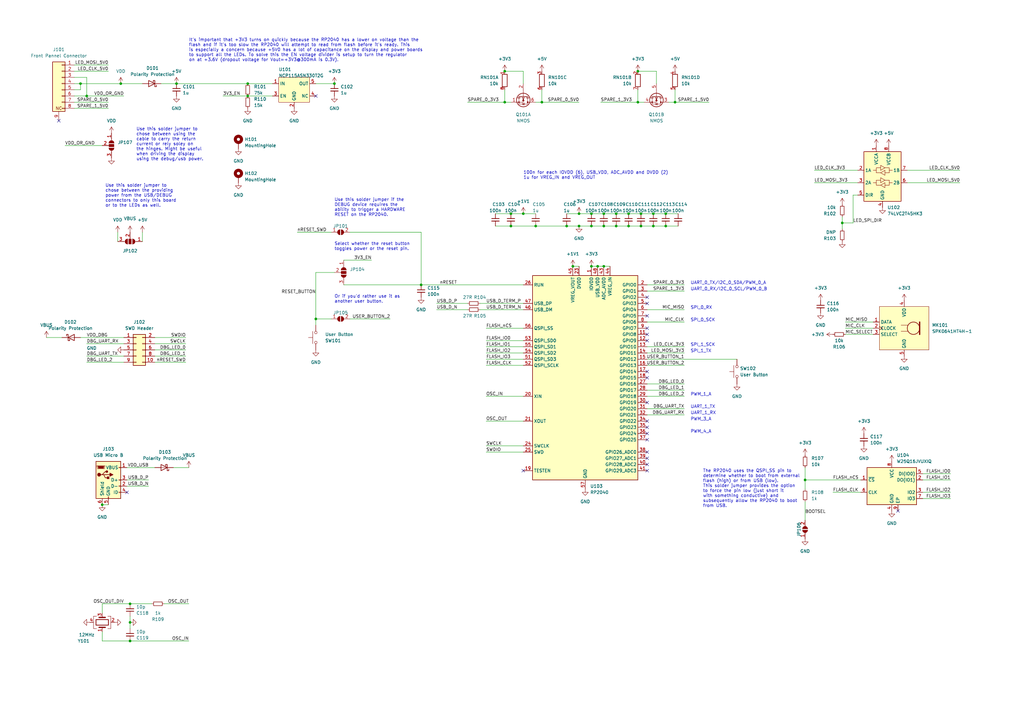
<source format=kicad_sch>
(kicad_sch (version 20211123) (generator eeschema)
  (paper "A3")
  (title_block (title "Rave Shades MCU Arm") (rev "2"))
  (junction (at 267.97 87.63))
  (junction (at 49.53 34.29))
  (junction (at 242.57 109.22))
  (junction (at 330.2 196.85))
  (junction (at 261.62 29.21))
  (junction (at 257.81 87.63))
  (junction (at 101.6 39.37))
  (junction (at 345.44 91.44))
  (junction (at 237.49 87.63))
  (junction (at 247.65 92.71))
  (junction (at 53.34 255.27))
  (junction (at 137.16 34.29))
  (junction (at 207.01 41.91))
  (junction (at 247.65 109.22))
  (junction (at 267.97 92.71))
  (junction (at 207.01 29.21))
  (junction (at 262.89 92.71))
  (junction (at 242.57 92.71))
  (junction (at 41.91 207.01))
  (junction (at 53.34 247.65))
  (junction (at 276.86 41.91))
  (junction (at 245.11 109.22))
  (junction (at 129.54 130.81))
  (junction (at 35.56 39.37))
  (junction (at 209.55 92.71))
  (junction (at 262.89 87.63))
  (junction (at 261.62 41.91))
  (junction (at 234.95 109.22))
  (junction (at 172.72 116.84))
  (junction (at 237.49 92.71))
  (junction (at 252.73 87.63))
  (junction (at 257.81 92.71))
  (junction (at 101.6 34.29))
  (junction (at 72.39 34.29))
  (junction (at 214.63 87.63))
  (junction (at 232.41 92.71))
  (junction (at 209.55 87.63))
  (junction (at 53.34 262.89))
  (junction (at 252.73 92.71))
  (junction (at 247.65 87.63))
  (junction (at 33.02 34.29))
  (junction (at 273.05 92.71))
  (junction (at 242.57 87.63))
  (junction (at 222.25 41.91))
  (junction (at 219.71 92.71))
  (junction (at 273.05 87.63))
  (no_connect (at 265.43 190.5))
  (no_connect (at 265.43 134.62))
  (no_connect (at 265.43 180.34))
  (no_connect (at 265.43 193.04))
  (no_connect (at 265.43 129.54))
  (no_connect (at 265.43 185.42))
  (no_connect (at 129.54 39.37))
  (no_connect (at 265.43 187.96))
  (no_connect (at 265.43 137.16))
  (no_connect (at 265.43 124.46))
  (no_connect (at 265.43 139.7))
  (no_connect (at 265.43 172.72))
  (no_connect (at 265.43 175.26))
  (no_connect (at 265.43 165.1))
  (no_connect (at 265.43 177.8))
  (no_connect (at 24.13 49.53))
  (no_connect (at 52.07 201.93))
  (no_connect (at 214.63 193.04))
  (no_connect (at 265.43 121.92))
  (no_connect (at 368.3 209.55))
  (no_connect (at 265.43 152.4))
  (no_connect (at 265.43 154.94))
  (wire (pts (xy 48.26 95.25) (xy 48.26 99.06)))
  (wire (pts (xy 35.56 31.75) (xy 35.56 39.37)))
  (wire (pts (xy 345.44 91.44) (xy 345.44 93.98)))
  (wire (pts (xy 265.43 119.38) (xy 280.67 119.38)))
  (wire (pts (xy 269.24 29.21) (xy 269.24 34.29)))
  (wire (pts (xy 35.56 148.59) (xy 50.8 148.59)))
  (wire (pts (xy 349.885 91.44) (xy 345.44 91.44)))
  (wire (pts (xy 179.07 127) (xy 191.77 127)))
  (wire (pts (xy 393.7 74.93) (xy 372.11 74.93)))
  (wire (pts (xy 35.56 39.37) (xy 50.8 39.37)))
  (wire (pts (xy 257.81 87.63) (xy 262.89 87.63)))
  (wire (pts (xy 245.11 109.22) (xy 247.65 109.22)))
  (wire (pts (xy 237.49 92.71) (xy 242.57 92.71)))
  (wire (pts (xy 276.86 41.91) (xy 290.83 41.91)))
  (wire (pts (xy 330.2 196.85) (xy 330.2 200.66)))
  (wire (pts (xy 265.43 116.84) (xy 280.67 116.84)))
  (wire (pts (xy 351.79 69.85) (xy 334.01 69.85)))
  (wire (pts (xy 199.39 182.88) (xy 214.63 182.88)))
  (wire (pts (xy 30.48 41.91) (xy 44.45 41.91)))
  (wire (pts (xy 199.39 149.86) (xy 214.63 149.86)))
  (wire (pts (xy 63.5 138.43) (xy 76.2 138.43)))
  (wire (pts (xy 330.2 205.74) (xy 330.2 213.36)))
  (wire (pts (xy 262.89 87.63) (xy 267.97 87.63)))
  (wire (pts (xy 53.34 247.65) (xy 62.23 247.65)))
  (wire (pts (xy 265.43 147.32) (xy 302.26 147.32)))
  (wire (pts (xy 378.46 201.93) (xy 389.89 201.93)))
  (wire (pts (xy 172.72 95.25) (xy 172.72 116.84)))
  (wire (pts (xy 91.44 39.37) (xy 101.6 39.37)))
  (wire (pts (xy 261.62 41.91) (xy 264.16 41.91)))
  (wire (pts (xy 66.04 34.29) (xy 72.39 34.29)))
  (wire (pts (xy 129.54 34.29) (xy 137.16 34.29)))
  (wire (pts (xy 378.46 194.31) (xy 389.89 194.31)))
  (wire (pts (xy 330.2 191.77) (xy 330.2 196.85)))
  (wire (pts (xy 172.72 116.84) (xy 214.63 116.84)))
  (wire (pts (xy 33.02 34.29) (xy 49.53 34.29)))
  (wire (pts (xy 273.05 92.71) (xy 278.13 92.71)))
  (wire (pts (xy 53.34 262.89) (xy 77.47 262.89)))
  (wire (pts (xy 72.39 34.29) (xy 101.6 34.29)))
  (wire (pts (xy 257.81 92.71) (xy 262.89 92.71)))
  (wire (pts (xy 209.55 87.63) (xy 214.63 87.63)))
  (wire (pts (xy 234.95 109.22) (xy 237.49 109.22)))
  (wire (pts (xy 191.77 41.91) (xy 207.01 41.91)))
  (wire (pts (xy 276.86 36.83) (xy 276.86 41.91)))
  (wire (pts (xy 252.73 92.71) (xy 257.81 92.71)))
  (wire (pts (xy 265.43 157.48) (xy 280.67 157.48)))
  (wire (pts (xy 232.41 92.71) (xy 237.49 92.71)))
  (wire (pts (xy 30.48 34.29) (xy 33.02 34.29)))
  (wire (pts (xy 52.07 191.77) (xy 63.5 191.77)))
  (wire (pts (xy 265.43 142.24) (xy 280.67 142.24)))
  (wire (pts (xy 30.48 29.21) (xy 44.45 29.21)))
  (wire (pts (xy 265.43 144.78) (xy 280.67 144.78)))
  (wire (pts (xy 129.54 130.81) (xy 129.54 133.35)))
  (wire (pts (xy 41.91 247.65) (xy 53.34 247.65)))
  (wire (pts (xy 353.06 201.93) (xy 341.63 201.93)))
  (wire (pts (xy 30.48 26.67) (xy 44.45 26.67)))
  (wire (pts (xy 135.89 130.81) (xy 129.54 130.81)))
  (wire (pts (xy 265.43 160.02) (xy 280.67 160.02)))
  (wire (pts (xy 140.97 106.68) (xy 152.4 106.68)))
  (wire (pts (xy 349.885 80.01) (xy 349.885 91.44)))
  (wire (pts (xy 246.38 41.91) (xy 261.62 41.91)))
  (wire (pts (xy 33.02 36.83) (xy 33.02 34.29)))
  (wire (pts (xy 30.48 36.83) (xy 33.02 36.83)))
  (wire (pts (xy 242.57 87.63) (xy 247.65 87.63)))
  (wire (pts (xy 349.885 80.01) (xy 351.79 80.01)))
  (wire (pts (xy 58.42 95.25) (xy 58.42 99.06)))
  (wire (pts (xy 101.6 39.37) (xy 111.76 39.37)))
  (wire (pts (xy 252.73 87.63) (xy 257.81 87.63)))
  (wire (pts (xy 121.92 95.25) (xy 135.89 95.25)))
  (wire (pts (xy 265.43 170.18) (xy 280.67 170.18)))
  (wire (pts (xy 199.39 147.32) (xy 214.63 147.32)))
  (wire (pts (xy 267.97 87.63) (xy 273.05 87.63)))
  (wire (pts (xy 41.91 262.89) (xy 53.34 262.89)))
  (wire (pts (xy 351.79 74.93) (xy 334.01 74.93)))
  (wire (pts (xy 378.46 196.85) (xy 389.89 196.85)))
  (wire (pts (xy 209.55 92.71) (xy 219.71 92.71)))
  (wire (pts (xy 41.91 207.01) (xy 44.45 207.01)))
  (wire (pts (xy 261.62 41.91) (xy 261.62 36.83)))
  (wire (pts (xy 143.51 130.81) (xy 160.02 130.81)))
  (wire (pts (xy 41.91 251.46) (xy 41.91 247.65)))
  (wire (pts (xy 199.39 185.42) (xy 214.63 185.42)))
  (wire (pts (xy 237.49 41.91) (xy 222.25 41.91)))
  (wire (pts (xy 35.56 140.97) (xy 50.8 140.97)))
  (wire (pts (xy 273.05 87.63) (xy 278.13 87.63)))
  (wire (pts (xy 63.5 140.97) (xy 76.2 140.97)))
  (wire (pts (xy 140.97 116.84) (xy 172.72 116.84)))
  (wire (pts (xy 41.91 59.69) (xy 26.67 59.69)))
  (wire (pts (xy 219.71 92.71) (xy 232.41 92.71)))
  (wire (pts (xy 265.43 149.86) (xy 280.67 149.86)))
  (wire (pts (xy 207.01 41.91) (xy 209.55 41.91)))
  (wire (pts (xy 346.71 132.08) (xy 358.14 132.08)))
  (wire (pts (xy 30.48 44.45) (xy 44.45 44.45)))
  (wire (pts (xy 129.54 111.76) (xy 137.16 111.76)))
  (wire (pts (xy 196.85 127) (xy 214.63 127)))
  (wire (pts (xy 207.01 29.21) (xy 214.63 29.21)))
  (wire (pts (xy 199.39 142.24) (xy 214.63 142.24)))
  (wire (pts (xy 67.31 247.65) (xy 77.47 247.65)))
  (wire (pts (xy 345.44 91.44) (xy 345.44 88.9)))
  (wire (pts (xy 52.07 196.85) (xy 60.96 196.85)))
  (wire (pts (xy 53.34 255.27) (xy 53.34 252.73)))
  (wire (pts (xy 378.46 204.47) (xy 389.89 204.47)))
  (wire (pts (xy 52.07 199.39) (xy 60.96 199.39)))
  (wire (pts (xy 199.39 139.7) (xy 214.63 139.7)))
  (wire (pts (xy 232.41 87.63) (xy 237.49 87.63)))
  (wire (pts (xy 265.43 127) (xy 280.67 127)))
  (wire (pts (xy 346.71 137.16) (xy 358.14 137.16)))
  (wire (pts (xy 242.57 109.22) (xy 245.11 109.22)))
  (wire (pts (xy 199.39 172.72) (xy 214.63 172.72)))
  (wire (pts (xy 330.2 196.85) (xy 353.06 196.85)))
  (wire (pts (xy 265.43 162.56) (xy 280.67 162.56)))
  (wire (pts (xy 35.56 39.37) (xy 30.48 39.37)))
  (wire (pts (xy 199.39 144.78) (xy 214.63 144.78)))
  (wire (pts (xy 262.89 92.71) (xy 267.97 92.71)))
  (wire (pts (xy 265.43 132.08) (xy 280.67 132.08)))
  (wire (pts (xy 19.05 138.43) (xy 25.4 138.43)))
  (wire (pts (xy 247.65 109.22) (xy 250.19 109.22)))
  (wire (pts (xy 33.02 138.43) (xy 50.8 138.43)))
  (wire (pts (xy 101.6 34.29) (xy 111.76 34.29)))
  (wire (pts (xy 222.25 36.83) (xy 222.25 41.91)))
  (wire (pts (xy 30.48 31.75) (xy 35.56 31.75)))
  (wire (pts (xy 274.32 41.91) (xy 276.86 41.91)))
  (wire (pts (xy 247.65 87.63) (xy 252.73 87.63)))
  (wire (pts (xy 214.63 87.63) (xy 219.71 87.63)))
  (wire (pts (xy 63.5 143.51) (xy 76.2 143.51)))
  (wire (pts (xy 261.62 29.21) (xy 269.24 29.21)))
  (wire (pts (xy 199.39 162.56) (xy 214.63 162.56)))
  (wire (pts (xy 247.65 92.71) (xy 252.73 92.71)))
  (wire (pts (xy 41.91 262.89) (xy 41.91 259.08)))
  (wire (pts (xy 179.07 124.46) (xy 191.77 124.46)))
  (wire (pts (xy 207.01 36.83) (xy 207.01 41.91)))
  (wire (pts (xy 35.56 146.05) (xy 50.8 146.05)))
  (wire (pts (xy 267.97 92.71) (xy 273.05 92.71)))
  (wire (pts (xy 393.7 69.85) (xy 372.11 69.85)))
  (wire (pts (xy 242.57 92.71) (xy 247.65 92.71)))
  (wire (pts (xy 143.51 95.25) (xy 172.72 95.25)))
  (wire (pts (xy 71.12 191.77) (xy 77.47 191.77)))
  (wire (pts (xy 63.5 148.59) (xy 76.2 148.59)))
  (wire (pts (xy 129.54 111.76) (xy 129.54 130.81)))
  (wire (pts (xy 346.71 134.62) (xy 358.14 134.62)))
  (wire (pts (xy 219.71 41.91) (xy 222.25 41.91)))
  (wire (pts (xy 203.2 92.71) (xy 209.55 92.71)))
  (wire (pts (xy 49.53 34.29) (xy 58.42 34.29)))
  (wire (pts (xy 196.85 124.46) (xy 214.63 124.46)))
  (wire (pts (xy 237.49 87.63) (xy 242.57 87.63)))
  (wire (pts (xy 63.5 146.05) (xy 76.2 146.05)))
  (wire (pts (xy 203.2 87.63) (xy 209.55 87.63)))
  (wire (pts (xy 265.43 167.64) (xy 280.67 167.64)))
  (wire (pts (xy 199.39 134.62) (xy 214.63 134.62)))
  (wire (pts (xy 214.63 29.21) (xy 214.63 34.29)))
  (wire (pts (xy 53.34 257.81) (xy 53.34 255.27)))
  (text "It's important that +3V3 turns on quickly because the RP2040 has a lower on voltage than the\nflash and if it's too slow the RP2040 will attempt to read from flash before it's ready. This\nis especially a concern because +5V0 has a lot of capacitance on the display and power boards\nto support all the LEDs. To solve this the EN voltage divider is setup to turn the regulator\non at +3.6V (dropout voltage for Vout=+3V3@300mA is 0.3V).\n" (at 77.47 25.4 0) (effects (font (size 1.27 1.27)) (justify left bottom)))
  (text "PWM_3_A" (at 283.21 172.72 0) (effects (font (size 1.27 1.27)) (justify left bottom)))
  (text "Or if you'd rather use it as\nanother user button." (at 137.16 124.46 0) (effects (font (size 1.27 1.27)) (justify left bottom)))
  (text "PWM_1_A" (at 283.21 162.56 0) (effects (font (size 1.27 1.27)) (justify left bottom)))
  (text "UART_1_TX" (at 283.21 167.64 0) (effects (font (size 1.27 1.27)) (justify left bottom)))
  (text "Use this solder jumper if the\nDEBUG device requires the\nability to trigger a HARDWARE\nRESET on the RP2040." (at 137.16 88.9 0) (effects (font (size 1.27 1.27)) (justify left bottom)))
  (text "PWM_4_A" (at 283.21 177.8 0) (effects (font (size 1.27 1.27)) (justify left bottom)))
  (text "UART_0_RX/I2C_0_SCL/PWM_0_B" (at 283.21 119.38 0) (effects (font (size 1.27 1.27)) (justify left bottom)))
  (text "SPI_1_SCK" (at 283.21 142.24 0) (effects (font (size 1.27 1.27)) (justify left bottom)))
  (text "UART_1_RX" (at 283.21 170.18 0) (effects (font (size 1.27 1.27)) (justify left bottom)))
  (text "Use this solder jumper to\nchose between the providing\npower from the USB/DEBUG\nconnectors to only this board\nor to the LEDs as well." (at 43.18 85.09 0) (effects (font (size 1.27 1.27)) (justify left bottom)))
  (text "100n for each IOVDD (6), USB_VDD, ADC_AVDD and DVDD (2)\n1u for VREG_IN and VREG_OUT" (at 214.63 73.66 0) (effects (font (size 1.27 1.27)) (justify left bottom)))
  (text "Select whether the reset button\ntoggles power or the reset pin." (at 137.16 102.87 0) (effects (font (size 1.27 1.27)) (justify left bottom)))
  (text "SPI_1_TX" (at 283.21 144.78 0) (effects (font (size 1.27 1.27)) (justify left bottom)))
  (text "SPI_0_RX" (at 283.21 127 0) (effects (font (size 1.27 1.27)) (justify left bottom)))
  (text "SPI_0_SCK" (at 283.21 132.08 0) (effects (font (size 1.27 1.27)) (justify left bottom)))
  (text "UART_0_TX/I2C_0_SDA/PWM_0_A" (at 283.21 116.84 0) (effects (font (size 1.27 1.27)) (justify left bottom)))
  (text "Use this solder jumper to\nchose between using the\ncable to carry the return\ncurrent or rely soley on\nthe hinges. Might be useful\nwhen driving the display\nusing the debug/usb power." (at 55.88 66.04 0) (effects (font (size 1.27 1.27)) (justify left bottom)))
  (text "The RP2040 uses the QSPI_SS pin to\ndetermine whether to boot from external\nflash (high) or from USB (low).\nThis solder jumper provides the option\nto force the pin low (just short it\nwith something conductive) and\nsubsequently allow the RP2040 to boot\nfrom USB." (at 288.29 208.28 0) (effects (font (size 1.27 1.27)) (justify left bottom)))
  (label "LED_CLK_3V3" (at 280.67 142.24 180))
  (label "LED_MOSI_5V0" (at 393.7 74.93 180))
  (label "SWDIO" (at 199.39 185.42 0))
  (label "FLASH_CLK" (at 341.63 201.93 0))
  (label "LED_SPI_DIR" (at 349.885 91.44 0))
  (label "BOOTSEL" (at 330.2 210.82 0))
  (label "FLASH_IO2" (at 389.89 201.93 180))
  (label "VDD_DBG" (at 35.56 138.43 0))
  (label "FLASH_IO3" (at 199.39 147.32 0))
  (label "USB_D_N" (at 179.07 127 0))
  (label "MIC_CLK" (at 346.71 134.62 0))
  (label "SPARE_1_5V0" (at 44.45 44.45 180))
  (label "USER_BUTTON_2" (at 280.67 149.86 180))
  (label "DBG_LED_2" (at 280.67 162.56 180))
  (label "DBG_UART_RX" (at 280.67 170.18 180))
  (label "DBG_UART_TX" (at 280.67 167.64 180))
  (label "FLASH_nCS" (at 341.63 196.85 0))
  (label "3V3_EN" (at 152.4 106.68 180))
  (label "FLASH_IO1" (at 199.39 142.24 0))
  (label "OSC_IN" (at 77.47 262.89 180))
  (label "FLASH_IO2" (at 199.39 144.78 0))
  (label "MIC_MISO" (at 346.71 132.08 0))
  (label "SWDIO" (at 76.2 138.43 180))
  (label "USER_BUTTON_1" (at 280.67 147.32 180))
  (label "SPARE_1_3V3" (at 246.38 41.91 0))
  (label "DBG_UART_RX" (at 35.56 140.97 0))
  (label "USB_D_TERM_N" (at 199.39 127 0))
  (label "LED_MOSI_3V3" (at 334.01 74.93 0))
  (label "USER_BUTTON_2" (at 160.02 130.81 180))
  (label "VDD_USB" (at 60.96 191.77 180))
  (label "USB_D_TERM_P" (at 199.39 124.46 0))
  (label "DBG_LED_0" (at 280.67 157.48 180))
  (label "LED_CLK_5V0" (at 393.7 69.85 180))
  (label "nRESET_SWD" (at 76.2 148.59 180))
  (label "SPARE_0_3V3" (at 280.67 116.84 180))
  (label "DBG_UART_TX" (at 35.56 146.05 0))
  (label "SPARE_0_3V3" (at 191.77 41.91 0))
  (label "SPARE_0_5V0" (at 44.45 41.91 180))
  (label "MIC_MISO" (at 280.67 127 180))
  (label "DBG_LED_1" (at 76.2 146.05 180))
  (label "OSC_IN" (at 199.39 162.56 0))
  (label "LED_MOSI_5V0" (at 44.45 26.67 180))
  (label "LED_MOSI_3V3" (at 280.67 144.78 180))
  (label "3V3_EN" (at 91.44 39.37 0))
  (label "LED_CLK_3V3" (at 334.01 69.85 0))
  (label "RESET_BUTTON" (at 129.54 120.65 180))
  (label "FLASH_CLK" (at 199.39 149.86 0))
  (label "MIC_SELECT" (at 346.71 137.16 0))
  (label "nRESET" (at 180.34 116.84 0))
  (label "FLASH_IO3" (at 389.89 204.47 180))
  (label "SPARE_1_3V3" (at 280.67 119.38 180))
  (label "DBG_LED_1" (at 280.67 160.02 180))
  (label "SWCLK" (at 76.2 140.97 180))
  (label "DBG_LED_2" (at 35.56 148.59 0))
  (label "FLASH_nCS" (at 199.39 134.62 0))
  (label "FLASH_IO0" (at 389.89 194.31 180))
  (label "VDD_OR_GND" (at 26.67 59.69 0))
  (label "DBG_LED_0" (at 76.2 143.51 180))
  (label "USB_D_P" (at 179.07 124.46 0))
  (label "FLASH_IO0" (at 199.39 139.7 0))
  (label "VDD_OR_GND" (at 50.8 39.37 180))
  (label "SPARE_1_5V0" (at 290.83 41.91 180))
  (label "USB_D_P" (at 60.96 196.85 180))
  (label "MIC_CLK" (at 280.67 132.08 180))
  (label "nRESET_SWD" (at 121.92 95.25 0))
  (label "SPARE_0_5V0" (at 237.49 41.91 180))
  (label "LED_CLK_5V0" (at 44.45 29.21 180))
  (label "FLASH_IO1" (at 389.89 196.85 180))
  (label "SWCLK" (at 199.39 182.88 0))
  (label "USB_D_N" (at 60.96 199.39 180))
  (label "OSC_OUT_DIV" (at 50.8 247.65 180))
  (label "OSC_OUT" (at 77.47 247.65 180))
  (label "OSC_OUT" (at 199.39 172.72 0))
  (symbol (lib_id "power:GND") (at 302.26 157.48 0) (unit 1)
    (property "Reference" "#PWR0134" (effects hide))
    (property "Value" "GND" (at 302.26 162.56 0))
  )
  (symbol (lib_id "Device:Crystal_GND24") (at 41.91 255.27 270) (mirror x) (unit 1)
    (property "Reference" "Y101" (at 34.29 262.89 90))
    (property "Value" "12MHz" (at 35.56 260.35 90))
    (property "Footprint" "rave_shades:ECS-120-10-36B2-CWY-TR" (effects hide))
    (property "Datasheet" "https://ecsxtal.com/store/pdf/ECX-2236B2.pdf" (effects hide))
    (property "Item Link" "https://www.digikey.com.au/en/products/detail/ecs-inc/ECS-120-10-36B2-CWY-TR/14548848" (effects hide))
  )
  (symbol (lib_id "Device:C_Small") (at 137.16 36.83 0) (unit 1)
    (property "Reference" "C102" (at 139.7 35.5662 0) (effects (justify left)))
    (property "Value" "1u" (at 139.7 38.1062 0) (effects (justify left)))
    (property "Footprint" "Capacitor_SMD:C_0402_1005Metric" (effects hide))
    (property "Item Link" "https://www.digikey.com.au/en/products/detail/murata-electronics/GRM155R61E105KA12J/4905140" (effects hide))
  )
  (symbol (lib_id "Device:R_Pack04_Split") (at 222.25 33.02 180) (unit 3)
    (property "Reference" "RN101" (at 224.79 31.7499 0) (effects (justify right)))
    (property "Value" "10k" (at 224.79 34.2899 0) (effects (justify right)))
    (property "Footprint" "Resistor_SMD:R_Array_Convex_4x0402" (effects hide))
    (property "Datasheet" "https://industrial.panasonic.com/cdbs/www-data/pdf/AOC0000/AOC0000C14.pdf" (effects hide))
    (property "Item Link" "https://www.digikey.com.au/en/products/detail/panasonic-electronic-components/EXB-28V104JX/256311" (effects hide))
  )
  (symbol (lib_id "power:GND") (at 45.72 64.77 0) (mirror y) (unit 1)
    (property "Reference" "#PWR0108" (effects hide))
    (property "Value" "GND" (effects hide))
  )
  (symbol (lib_id "Mechanical:MountingHole_Pad") (at 97.79 58.42 0) (unit 1) (in_bom no)
    (property "Reference" "H101" (at 100.33 57.1499 0) (effects (justify left)))
    (property "Value" "MountingHole" (at 100.33 59.6899 0) (effects (justify left)))
    (property "Footprint" "rave_shades:M1.4 Mounting Hole" (effects hide))
  )
  (symbol (lib_id "power:+1V1") (at 234.95 109.22 0) (unit 1)
    (property "Reference" "#PWR0123" (effects hide))
    (property "Value" "+1V1" (at 234.95 104.14 0))
  )
  (symbol (lib_id "Device:R_Pack04_Split") (at 261.62 33.02 0) (mirror x) (unit 2)
    (property "Reference" "RN101" (at 259.08 31.7499 0) (effects (justify right)))
    (property "Value" "10k" (at 259.08 34.2899 0) (effects (justify right)))
    (property "Footprint" "Resistor_SMD:R_Array_Convex_4x0402" (effects hide))
    (property "Datasheet" "https://industrial.panasonic.com/cdbs/www-data/pdf/AOC0000/AOC0000C14.pdf" (effects hide))
    (property "Item Link" "https://www.digikey.com.au/en/products/detail/panasonic-electronic-components/EXB-28V104JX/256311" (effects hide))
  )
  (symbol (lib_id "power:GND") (at 50.8 143.51 270) (unit 1)
    (property "Reference" "#PWR0131" (effects hide))
    (property "Value" "GND" (at 35.56 143.51 90) (effects (justify left bottom)))
  )
  (symbol (lib_id "power:VDD") (at 48.26 95.25 0) (unit 1)
    (property "Reference" "#PWR0119" (effects hide))
    (property "Value" "VDD" (at 48.26 90.17 0))
  )
  (symbol (lib_id "Device:C_Small") (at 336.55 125.73 0) (unit 1)
    (property "Reference" "C116" (at 339.09 124.4662 0) (effects (justify left)))
    (property "Value" "100n" (at 339.09 127.0062 0) (effects (justify left)))
    (property "Footprint" "Capacitor_SMD:C_0402_1005Metric" (effects hide))
    (property "Item Link" "https://www.digikey.com.au/en/products/detail/murata-electronics/GRM155R62A104KE14D/5027543" (effects hide))
  )
  (symbol (lib_id "Device:D_Schottky") (at 29.21 138.43 0) (unit 1)
    (property "Reference" "D102" (at 28.8925 132.08 0))
    (property "Value" "Polarity Protection" (at 28.8925 134.62 0))
    (property "Footprint" "Diode_SMD:D_0402_1005Metric" (effects hide))
    (property "Datasheet" "https://www.diodes.com/assets/Datasheets/SBRT05U20LPS.pdf" (effects hide))
    (property "Item Link" "https://www.digikey.com.au/en/products/detail/diodes-incorporated/SBRT05U20LPS-7B/7666996" (effects hide))
  )
  (symbol (lib_id "Device:C_Small") (at 242.57 90.17 0) (unit 1)
    (property "Reference" "C107" (at 241.3 83.82 0) (effects (justify left)))
    (property "Value" "100n" (at 240.03 86.36 0) (effects (justify left)))
    (property "Footprint" "Capacitor_SMD:C_0402_1005Metric" (effects hide))
    (property "Item Link" "https://www.digikey.com.au/en/products/detail/murata-electronics/GRM155R62A104KE14D/5027543" (effects hide))
  )
  (symbol (lib_id "Device:Q_Dual_NMOS_S1G1D2S2G2D1") (at 214.63 39.37 270) (unit 1)
    (property "Reference" "Q101" (at 214.63 46.99 90))
    (property "Value" "NMOS" (at 214.63 49.53 90))
    (property "Footprint" "Package_TO_SOT_SMD:SOT-363_SC-70-6" (effects hide))
    (property "Datasheet" "https://media.digikey.com/pdf/Data%20Sheets/Toshiba%20PDFs/SSM6N7002KFU.pdf" (effects hide))
    (property "Item Link" "https://www.digikey.com.au/en/products/detail/toshiba-semiconductor-and-storage/SSM6N7002KFU-LF/5810234" (effects hide))
  )
  (symbol (lib_id "Device:C_Small") (at 252.73 90.17 0) (unit 1)
    (property "Reference" "C109" (at 251.46 83.82 0) (effects (justify left)))
    (property "Value" "100n" (at 250.19 86.36 0) (effects (justify left)))
    (property "Footprint" "Capacitor_SMD:C_0402_1005Metric" (effects hide))
    (property "Item Link" "https://www.digikey.com.au/en/products/detail/murata-electronics/GRM155R62A104KE14D/5027543" (effects hide))
  )
  (symbol (lib_id "power:GND") (at 345.44 99.06 0) (mirror y) (unit 1)
    (property "Reference" "#PWR0122" (effects hide))
    (property "Value" "GND" (effects hide))
  )
  (symbol (lib_id "power:GND") (at 36.83 255.27 270) (mirror x) (unit 1)
    (property "Reference" "#PWR0146" (effects hide))
    (property "Value" "GND" (effects hide))
  )
  (symbol (lib_id "rave_shades:NCP115ASN330T2G") (at 120.65 36.83 0) (unit 1)
    (property "Reference" "U101" (at 114.3 29.21 0) (effects (justify left bottom)))
    (property "Value" "NCP115ASN330T2G" (at 114.3 31.75 0) (effects (justify left bottom)))
    (property "Footprint" "Package_TO_SOT_SMD:TSOT-23-5" (effects hide))
    (property "Datasheet" "https://www.onsemi.com/pdf/datasheet/ncp115-d.pdf" (effects hide))
    (property "Item Link" "https://www.digikey.com.au/en/products/detail/onsemi/NCP115ASN330T2G/9764776" (effects hide))
  )
  (symbol (lib_id "Jumper:SolderJumper_2_Open") (at 139.7 95.25 0) (unit 1) (in_bom no)
    (property "Reference" "JP101" (at 139.7 92.71 0))
    (property "Value" "SolderJumper_2_Open" (effects hide))
    (property "Footprint" "Jumper:SolderJumper-2_P1.3mm_Open_TrianglePad1.0x1.5mm" (effects hide))
  )
  (symbol (lib_id "power:+3V3") (at 330.2 186.69 0) (unit 1)
    (property "Reference" "#PWR0137" (effects hide))
    (property "Value" "+3V3" (at 330.2 181.61 0))
  )
  (symbol (lib_id "power:GND") (at 72.39 39.37 0) (unit 1)
    (property "Reference" "#PWR0109" (effects hide))
    (property "Value" "GND" (at 72.39 44.45 0))
  )
  (symbol (lib_id "Device:R_Small") (at 330.2 203.2 180) (unit 1)
    (property "Reference" "R108" (at 332.74 201.9299 0) (effects (justify right)))
    (property "Value" "1k" (at 332.74 204.4699 0) (effects (justify right)))
    (property "Footprint" "Resistor_SMD:R_0402_1005Metric" (effects hide))
    (property "Item Link" "https://www.digikey.com.au/en/products/detail/yageo/AC0402FR-131KL/14008372" (effects hide))
  )
  (symbol (lib_id "MCU_RaspberryPi:RP2040") (at 240.03 154.94 0) (unit 1)
    (property "Reference" "U103" (at 242.0494 199.39 0) (effects (justify left)))
    (property "Value" "RP2040" (at 242.0494 201.93 0) (effects (justify left)))
    (property "Footprint" "Package_DFN_QFN:QFN-56-1EP_7x7mm_P0.4mm_EP3.2x3.2mm" (effects hide))
    (property "Datasheet" "https://datasheets.raspberrypi.com/rp2040/rp2040-datasheet.pdf" (effects hide))
    (property "Item Link" "https://www.digikey.com.au/en/products/detail/raspberry-pi/SC0914-7/14306009" (effects hide))
  )
  (symbol (lib_id "rave_shades:SPK0641HT4H-1") (at 370.84 134.62 0) (unit 1)
    (property "Reference" "MK101" (at 382.27 133.3499 0) (effects (justify left)))
    (property "Value" "SPK0641HT4H-1" (at 382.27 135.8899 0) (effects (justify left)))
    (property "Footprint" "rave_shades:SPK0641HT4H-1" (effects hide))
    (property "Datasheet" "https://www.knowles.com/docs/default-source/model-downloads/spk0641ht4h-1-rev-a.pdf" (effects hide))
    (property "Item Link" "https://www.digikey.com.au/en/products/detail/knowles/SPK0641HT4H-1/8573345" (effects hide))
  )
  (symbol (lib_id "Device:C_Small") (at 273.05 90.17 0) (unit 1)
    (property "Reference" "C113" (at 271.78 83.82 0) (effects (justify left)))
    (property "Value" "100n" (at 270.51 86.36 0) (effects (justify left)))
    (property "Footprint" "Capacitor_SMD:C_0402_1005Metric" (effects hide))
    (property "Item Link" "https://www.digikey.com.au/en/products/detail/murata-electronics/GRM155R62A104KE14D/5027543" (effects hide))
  )
  (symbol (lib_id "Device:R_Small") (at 64.77 247.65 90) (mirror x) (unit 1)
    (property "Reference" "R109" (at 64.77 254 90))
    (property "Value" "1k" (at 64.77 251.46 90))
    (property "Footprint" "Resistor_SMD:R_0402_1005Metric" (effects hide))
    (property "Item Link" "https://www.digikey.com.au/en/products/detail/yageo/AC0402FR-131KL/14008372" (effects hide))
  )
  (symbol (lib_id "power:GND") (at 53.34 255.27 90) (mirror x) (unit 1)
    (property "Reference" "#PWR0148" (effects hide))
    (property "Value" "GND" (effects hide))
  )
  (symbol (lib_id "power:GND") (at 330.2 220.98 0) (unit 1)
    (property "Reference" "#PWR0143" (effects hide))
    (property "Value" "GND" (at 330.2 226.06 0))
  )
  (symbol (lib_id "Device:R_Small") (at 194.31 127 90) (mirror x) (unit 1)
    (property "Reference" "R105" (at 196.85 129.54 90))
    (property "Value" "27R" (at 191.77 129.54 90))
    (property "Footprint" "Resistor_SMD:R_0402_1005Metric" (effects hide))
    (property "Item Link" "https://www.digikey.com.au/en/products/detail/yageo/RC0402FR-0727RL/5280946" (effects hide))
  )
  (symbol (lib_id "Device:Q_Dual_NMOS_S1G1D2S2G2D1") (at 269.24 39.37 270) (unit 2)
    (property "Reference" "Q101" (at 269.24 46.99 90))
    (property "Value" "NMOS" (at 269.24 49.53 90))
    (property "Footprint" "Package_TO_SOT_SMD:SOT-363_SC-70-6" (effects hide))
    (property "Datasheet" "https://media.digikey.com/pdf/Data%20Sheets/Toshiba%20PDFs/SSM6N7002KFU.pdf" (effects hide))
    (property "Item Link" "https://www.digikey.com.au/en/products/detail/toshiba-semiconductor-and-storage/SSM6N7002KFU-LF/5810234" (effects hide))
  )
  (symbol (lib_id "Device:C_Small") (at 257.81 90.17 0) (unit 1)
    (property "Reference" "C110" (at 256.54 83.82 0) (effects (justify left)))
    (property "Value" "100n" (at 255.27 86.36 0) (effects (justify left)))
    (property "Footprint" "Capacitor_SMD:C_0402_1005Metric" (effects hide))
    (property "Item Link" "https://www.digikey.com.au/en/products/detail/murata-electronics/GRM155R62A104KE14D/5027543" (effects hide))
  )
  (symbol (lib_id "Device:C_Small") (at 278.13 90.17 0) (unit 1)
    (property "Reference" "C114" (at 276.86 83.82 0) (effects (justify left)))
    (property "Value" "100n" (at 275.59 86.36 0) (effects (justify left)))
    (property "Footprint" "Capacitor_SMD:C_0402_1005Metric" (effects hide))
    (property "Item Link" "https://www.digikey.com.au/en/products/detail/murata-electronics/GRM155R62A104KE14D/5027543" (effects hide))
  )
  (symbol (lib_id "power:+3V3") (at 370.84 123.19 0) (unit 1)
    (property "Reference" "#PWR0127" (effects hide))
    (property "Value" "+3V3" (at 370.84 118.11 0))
  )
  (symbol (lib_id "power:GND") (at 97.79 74.93 0) (unit 1)
    (property "Reference" "#PWR0145" (effects hide))
    (property "Value" "GND" (at 97.79 80.01 0))
  )
  (symbol (lib_id "Device:R_Small") (at 345.44 96.52 180) (unit 1)
    (property "Reference" "R103" (at 342.9 97.7901 0) (effects (justify left)))
    (property "Value" "DNP" (at 342.9 95.2501 0) (effects (justify left)))
    (property "Footprint" "Resistor_SMD:R_0402_1005Metric" (effects hide))
  )
  (symbol (lib_id "power:+3V3") (at 261.62 29.21 0) (unit 1)
    (property "Reference" "#PWR0103" (effects hide))
    (property "Value" "+3V3" (at 261.62 24.13 0))
  )
  (symbol (lib_id "power:+5V") (at 364.49 59.69 0) (mirror y) (unit 1)
    (property "Reference" "#PWR0113" (effects hide))
    (property "Value" "+5V" (at 364.49 54.61 0))
  )
  (symbol (lib_id "power:VBUS") (at 19.05 138.43 0) (unit 1)
    (property "Reference" "#PWR0130" (effects hide))
    (property "Value" "VBUS" (at 19.05 133.35 0))
  )
  (symbol (lib_id "Device:C_Small") (at 267.97 90.17 0) (unit 1)
    (property "Reference" "C112" (at 266.7 83.82 0) (effects (justify left)))
    (property "Value" "100n" (at 265.43 86.36 0) (effects (justify left)))
    (property "Footprint" "Capacitor_SMD:C_0402_1005Metric" (effects hide))
    (property "Item Link" "https://www.digikey.com.au/en/products/detail/murata-electronics/GRM155R62A104KE14D/5027543" (effects hide))
  )
  (symbol (lib_id "Device:C_Small") (at 247.65 90.17 0) (unit 1)
    (property "Reference" "C108" (at 246.38 83.82 0) (effects (justify left)))
    (property "Value" "100n" (at 245.11 86.36 0) (effects (justify left)))
    (property "Footprint" "Capacitor_SMD:C_0402_1005Metric" (effects hide))
    (property "Item Link" "https://www.digikey.com.au/en/products/detail/murata-electronics/GRM155R62A104KE14D/5027543" (effects hide))
  )
  (symbol (lib_id "Jumper:SolderJumper_3_Open") (at 53.34 99.06 180) (unit 1) (in_bom no)
    (property "Reference" "JP102" (at 53.34 102.87 0))
    (property "Value" "SolderJumper_3_Open" (effects hide))
    (property "Footprint" "rave_shades:SolderJumper-3_P1.3mm_Open_Pad1.0x1.5mm" (effects hide))
  )
  (symbol (lib_id "power:VBUS") (at 77.47 191.77 0) (unit 1)
    (property "Reference" "#PWR0139" (effects hide))
    (property "Value" "VBUS" (at 77.47 186.69 0))
  )
  (symbol (lib_id "power:+3V3") (at 336.55 123.19 0) (unit 1)
    (property "Reference" "#PWR0126" (effects hide))
    (property "Value" "+3V3" (at 336.55 118.11 0))
  )
  (symbol (lib_id "Logic_LevelTranslator:74LVC2T45DC") (at 361.95 72.39 0) (unit 1)
    (property "Reference" "U102" (at 363.9694 85.09 0) (effects (justify left)))
    (property "Value" "74LVC2T45HK3" (at 363.9694 87.63 0) (effects (justify left)))
    (property "Footprint" "Package_SO:VSSOP-8_2.3x2mm_P0.5mm" (effects hide))
    (property "Datasheet" "https://www.diodes.com/assets/Datasheets/74LVC2T45.pdf" (effects hide))
    (property "Item Link" "https://www.digikey.com.au/en/products/detail/diodes-incorporated/74LVC2T45HK3-7/13684787" (effects hide))
  )
  (symbol (lib_id "Connector:USB_B_Micro") (at 44.45 196.85 0) (unit 1)
    (property "Reference" "J103" (at 44.45 184.15 0))
    (property "Value" "USB Micro B" (at 44.45 186.69 0))
    (property "Footprint" "rave_shades:USB_Micro-B_Amphenol_10118192_Horizontal" (effects hide))
    (property "Item Link" "https://www.digikey.com.au/en/products/detail/amphenol-cs-fci/10118192-0002LF/6817756" (effects hide))
  )
  (symbol (lib_id "power:+3V3") (at 341.63 137.16 90) (unit 1)
    (property "Reference" "#PWR0129" (effects hide))
    (property "Value" "+3V3" (at 332.74 137.16 90) (effects (justify right)))
  )
  (symbol (lib_id "Device:C_Small") (at 219.71 90.17 0) (unit 1)
    (property "Reference" "C105" (at 218.44 83.82 0) (effects (justify left)))
    (property "Value" "1u" (at 218.44 86.36 0) (effects (justify left)))
    (property "Footprint" "Capacitor_SMD:C_0402_1005Metric" (effects hide))
    (property "Item Link" "https://www.digikey.com.au/en/products/detail/murata-electronics/GRM155R61E105KA12J/4905140" (effects hide))
  )
  (symbol (lib_id "Device:C_Small") (at 172.72 119.38 0) (unit 1)
    (property "Reference" "C115" (at 175.26 118.1162 0) (effects (justify left)))
    (property "Value" "100n" (at 175.26 120.6562 0) (effects (justify left)))
    (property "Footprint" "Capacitor_SMD:C_0402_1005Metric" (effects hide))
    (property "Item Link" "https://www.digikey.com.au/en/products/detail/murata-electronics/GRM155R62A104KE14D/5027543" (effects hide))
  )
  (symbol (lib_id "power:GND") (at 129.54 143.51 0) (unit 1)
    (property "Reference" "#PWR0132" (effects hide))
    (property "Value" "GND" (at 129.54 148.59 0))
  )
  (symbol (lib_id "Device:C_Small") (at 203.2 90.17 0) (unit 1)
    (property "Reference" "C103" (at 201.93 83.82 0) (effects (justify left)))
    (property "Value" "100n" (at 200.66 86.36 0) (effects (justify left)))
    (property "Footprint" "Capacitor_SMD:C_0402_1005Metric" (effects hide))
    (property "Item Link" "https://www.digikey.com.au/en/products/detail/murata-electronics/GRM155R62A104KE14D/5027543" (effects hide))
  )
  (symbol (lib_id "power:+3V3") (at 207.01 29.21 0) (unit 1)
    (property "Reference" "#PWR0101" (effects hide))
    (property "Value" "+3V3" (at 207.01 24.13 0))
  )
  (symbol (lib_id "power:VDD") (at 45.72 54.61 0) (unit 1)
    (property "Reference" "#PWR0150" (effects hide))
    (property "Value" "VDD" (at 45.72 49.53 0))
  )
  (symbol (lib_id "rave_shades:Conn_01x08") (at 24.13 34.29 0) (mirror y) (unit 1)
    (property "Reference" "J101" (at 24.13 20.32 0))
    (property "Value" "Front Pannel Connector" (at 24.13 22.86 0))
    (property "Footprint" "rave_shades:CF35082D0RE-NH" (effects hide))
    (property "Item Link" "https://www.digikey.com.au/en/products/detail/cvilux-usa/CF35082D0RE-NH/15793084" (effects hide))
  )
  (symbol (lib_id "Device:R_Small") (at 101.6 36.83 180) (unit 1)
    (property "Reference" "R101" (at 104.14 35.5599 0) (effects (justify right)))
    (property "Value" "75k" (at 104.14 38.0999 0) (effects (justify right)))
    (property "Footprint" "Resistor_SMD:R_0402_1005Metric" (effects hide))
    (property "Item Link" "https://www.digikey.com.au/en/products/detail/bourns-inc/CR0402-FX-7502GLF/3783488" (effects hide))
  )
  (symbol (lib_id "Device:C_Small") (at 209.55 90.17 0) (unit 1)
    (property "Reference" "C104" (at 208.28 83.82 0) (effects (justify left)))
    (property "Value" "100n" (at 207.01 86.36 0) (effects (justify left)))
    (property "Footprint" "Capacitor_SMD:C_0402_1005Metric" (effects hide))
    (property "Item Link" "https://www.digikey.com.au/en/products/detail/murata-electronics/GRM155R62A104KE14D/5027543" (effects hide))
  )
  (symbol (lib_id "Connector_Generic:Conn_02x05_Odd_Even") (at 55.88 143.51 0) (unit 1)
    (property "Reference" "J102" (at 57.15 132.08 0))
    (property "Value" "SWD Header" (at 57.15 134.62 0))
    (property "Footprint" "Connector_PinHeader_1.27mm:PinHeader_2x05_P1.27mm_Vertical_SMD" (effects hide))
    (property "Datasheet" "https://media.digikey.com/pdf/Data%20Sheets/Adafruit%20PDFs/4048_Web.pdf" (effects hide))
    (property "Item Link" "https://www.digikey.com.au/en/products/detail/adafruit-industries-llc/4048/9843412" (effects hide))
  )
  (symbol (lib_id "Device:R_Small") (at 345.44 86.36 180) (unit 1)
    (property "Reference" "R102" (at 342.9 87.6301 0) (effects (justify left)))
    (property "Value" "10k" (at 342.9 85.0901 0) (effects (justify left)))
    (property "Footprint" "Resistor_SMD:R_0402_1005Metric" (effects hide))
    (property "Item Link" "https://www.digikey.com.au/en/products/detail/bourns-inc/CR0402-FX-1002GLF/3593192" (effects hide))
  )
  (symbol (lib_id "Device:D_Schottky") (at 62.23 34.29 180) (unit 1)
    (property "Reference" "D101" (at 62.5475 27.94 0))
    (property "Value" "Polarity Protection" (at 62.5475 30.48 0))
    (property "Footprint" "Diode_SMD:D_0402_1005Metric" (effects hide))
    (property "Datasheet" "https://www.diodes.com/assets/Datasheets/SBRT05U20LPS.pdf" (effects hide))
    (property "Item Link" "https://www.digikey.com.au/en/products/detail/diodes-incorporated/SBRT05U20LPS-7B/7666996" (effects hide))
  )
  (symbol (lib_id "power:GND") (at 97.79 60.96 0) (unit 1)
    (property "Reference" "#PWR0144" (effects hide))
    (property "Value" "GND" (at 97.79 66.04 0))
  )
  (symbol (lib_id "power:VDD") (at 49.53 34.29 0) (unit 1)
    (property "Reference" "#PWR0105" (effects hide))
    (property "Value" "VDD" (at 49.53 29.21 0))
  )
  (symbol (lib_id "power:GND") (at 41.91 207.01 0) (unit 1)
    (property "Reference" "#PWR0141" (effects hide))
    (property "Value" "GND" (at 41.91 212.09 0))
  )
  (symbol (lib_id "power:GND") (at 46.99 255.27 90) (mirror x) (unit 1)
    (property "Reference" "#PWR0147" (effects hide))
    (property "Value" "GND" (effects hide))
  )
  (symbol (lib_id "power:GND") (at 101.6 44.45 0) (unit 1)
    (property "Reference" "#PWR0151" (effects hide))
    (property "Value" "GND" (at 101.6 49.53 0))
  )
  (symbol (lib_id "power:GND") (at 137.16 39.37 0) (unit 1)
    (property "Reference" "#PWR0110" (effects hide))
    (property "Value" "GND" (at 137.16 44.45 0))
  )
  (symbol (lib_id "Memory_Flash:W25Q32JVZP") (at 365.76 199.39 0) (unit 1)
    (property "Reference" "U104" (at 367.7794 186.69 0) (effects (justify left)))
    (property "Value" "W25Q16JVUXIQ" (at 367.7794 189.23 0) (effects (justify left)))
    (property "Footprint" "Package_SON:WSON-8-1EP_6x5mm_P1.27mm_EP3.4x4.3mm" (effects hide))
    (property "Datasheet" "https://www.winbond.com/resource-files/w25q16jv%20spi%20revh%2004082019%20plus.pdf" (effects hide))
    (property "Item Link" "https://www.digikey.com.au/en/products/detail/winbond-electronics/W25Q16JVUXIQ-TR/15182017" (effects hide))
  )
  (symbol (lib_id "power:+5V") (at 72.39 34.29 0) (unit 1)
    (property "Reference" "#PWR0106" (effects hide))
    (property "Value" "+5V" (at 72.39 29.21 0))
  )
  (symbol (lib_id "Device:C_Small") (at 232.41 90.17 0) (unit 1)
    (property "Reference" "C106" (at 231.14 83.82 0) (effects (justify left)))
    (property "Value" "1u" (at 231.14 86.36 0) (effects (justify left)))
    (property "Footprint" "Capacitor_SMD:C_0402_1005Metric" (effects hide))
    (property "Item Link" "https://www.digikey.com.au/en/products/detail/murata-electronics/GRM155R61E105KA12J/4905140" (effects hide))
  )
  (symbol (lib_id "power:GND") (at 361.95 85.09 0) (mirror y) (unit 1)
    (property "Reference" "#PWR0115" (effects hide))
    (property "Value" "GND" (effects hide))
  )
  (symbol (lib_id "power:+3V3") (at 354.33 177.8 0) (unit 1)
    (property "Reference" "#PWR0135" (effects hide))
    (property "Value" "+3V3" (at 354.33 172.72 0))
  )
  (symbol (lib_id "power:GND") (at 336.55 128.27 0) (unit 1)
    (property "Reference" "#PWR0128" (effects hide))
    (property "Value" "GND" (at 336.55 133.35 0))
  )
  (symbol (lib_id "Device:C_Small") (at 354.33 180.34 0) (unit 1)
    (property "Reference" "C117" (at 356.87 179.0762 0) (effects (justify left)))
    (property "Value" "100n" (at 356.87 181.6162 0) (effects (justify left)))
    (property "Footprint" "Capacitor_SMD:C_0402_1005Metric" (effects hide))
    (property "Item Link" "https://www.digikey.com.au/en/products/detail/murata-electronics/GRM155R62A104KE14D/5027543" (effects hide))
  )
  (symbol (lib_id "power:+1V1") (at 214.63 87.63 0) (unit 1)
    (property "Reference" "#PWR0116" (effects hide))
    (property "Value" "+1V1" (at 214.63 82.55 0))
  )
  (symbol (lib_id "power:+5V") (at 222.25 29.21 0) (unit 1)
    (property "Reference" "#PWR0102" (effects hide))
    (property "Value" "+5V" (at 222.25 24.13 0))
  )
  (symbol (lib_id "Device:R_Pack04_Split") (at 207.01 33.02 0) (mirror x) (unit 1)
    (property "Reference" "RN101" (at 204.47 31.7499 0) (effects (justify right)))
    (property "Value" "10k" (at 204.47 34.2899 0) (effects (justify right)))
    (property "Footprint" "Resistor_SMD:R_Array_Convex_4x0402" (effects hide))
    (property "Datasheet" "https://industrial.panasonic.com/cdbs/www-data/pdf/AOC0000/AOC0000C14.pdf" (effects hide))
    (property "Item Link" "https://www.digikey.com.au/en/products/detail/panasonic-electronic-components/EXB-28V104JX/256311" (effects hide))
  )
  (symbol (lib_id "Device:R_Small") (at 101.6 41.91 180) (unit 1)
    (property "Reference" "R110" (at 104.14 40.6399 0) (effects (justify right)))
    (property "Value" "15k" (at 104.14 43.1799 0) (effects (justify right)))
    (property "Footprint" "Resistor_SMD:R_0402_1005Metric" (effects hide))
    (property "Item Link" "https://www.digikey.com.au/en/products/detail/yageo/RC0402FR-0715KL/726541" (effects hide))
  )
  (symbol (lib_id "Jumper:SolderJumper_2_Open") (at 330.2 217.17 90) (unit 1) (in_bom no)
    (property "Reference" "JP106" (at 327.66 217.17 0))
    (property "Value" "SolderJumper_2_Open" (effects hide))
    (property "Footprint" "Jumper:SolderJumper-2_P1.3mm_Open_TrianglePad1.0x1.5mm" (effects hide))
  )
  (symbol (lib_id "power:GND") (at 240.03 200.66 0) (unit 1)
    (property "Reference" "#PWR0140" (effects hide))
    (property "Value" "GND" (at 240.03 205.74 0))
  )
  (symbol (lib_id "Jumper:SolderJumper_2_Open") (at 139.7 130.81 0) (unit 1) (in_bom no)
    (property "Reference" "JP105" (at 139.7 128.27 0))
    (property "Value" "SolderJumper_2_Open" (effects hide))
    (property "Footprint" "Jumper:SolderJumper-2_P1.3mm_Open_TrianglePad1.0x1.5mm" (effects hide))
  )
  (symbol (lib_id "Device:C_Small") (at 53.34 260.35 0) (mirror y) (unit 1)
    (property "Reference" "C119" (at 55.88 261.6265 0) (effects (justify right)))
    (property "Value" "10p" (at 55.88 259.0865 0) (effects (justify right)))
    (property "Footprint" "Capacitor_SMD:C_0402_1005Metric" (effects hide))
    (property "Item Link" "https://www.digikey.com.au/en/products/detail/yageo/CC0402FRNPO9BN100/5195049" (effects hide))
  )
  (symbol (lib_id "Device:D_Schottky") (at 67.31 191.77 180) (unit 1)
    (property "Reference" "D103" (at 67.6275 185.42 0))
    (property "Value" "Polarity Protection" (at 67.6275 187.96 0))
    (property "Footprint" "Diode_SMD:D_0402_1005Metric" (effects hide))
    (property "Datasheet" "https://www.diodes.com/assets/Datasheets/SBRT05U20LPS.pdf" (effects hide))
    (property "Item Link" "https://www.digikey.com.au/en/products/detail/diodes-incorporated/SBRT05U20LPS-7B/7666996" (effects hide))
  )
  (symbol (lib_id "Device:R_Small") (at 194.31 124.46 90) (unit 1)
    (property "Reference" "R104" (at 196.85 121.92 90))
    (property "Value" "27R" (at 191.77 121.92 90))
    (property "Footprint" "Resistor_SMD:R_0402_1005Metric" (effects hide))
    (property "Item Link" "https://www.digikey.com.au/en/products/detail/yageo/RC0402FR-0727RL/5280946" (effects hide))
  )
  (symbol (lib_id "power:GND") (at 365.76 209.55 0) (unit 1)
    (property "Reference" "#PWR0142" (effects hide))
    (property "Value" "GND" (at 365.76 214.63 0))
  )
  (symbol (lib_id "power:+3V3") (at 242.57 109.22 0) (unit 1)
    (property "Reference" "#PWR0124" (effects hide))
    (property "Value" "+3V3" (at 242.57 104.14 0))
  )
  (symbol (lib_id "power:+3V3") (at 237.49 87.63 0) (unit 1)
    (property "Reference" "#PWR0117" (effects hide))
    (property "Value" "+3V3" (at 237.49 82.55 0))
  )
  (symbol (lib_id "power:+3V3") (at 345.44 83.82 0) (unit 1)
    (property "Reference" "#PWR0114" (effects hide))
    (property "Value" "+3V3" (at 345.44 78.74 0))
  )
  (symbol (lib_id "Device:R_Pack04_Split") (at 276.86 33.02 180) (unit 4)
    (property "Reference" "RN101" (at 279.4 31.7499 0) (effects (justify right)))
    (property "Value" "10k" (at 279.4 34.2899 0) (effects (justify right)))
    (property "Footprint" "Resistor_SMD:R_Array_Convex_4x0402" (effects hide))
    (property "Datasheet" "https://industrial.panasonic.com/cdbs/www-data/pdf/AOC0000/AOC0000C14.pdf" (effects hide))
    (property "Item Link" "https://www.digikey.com.au/en/products/detail/panasonic-electronic-components/EXB-28V104JX/256311" (effects hide))
  )
  (symbol (lib_id "Device:R_Small") (at 330.2 189.23 180) (unit 1)
    (property "Reference" "R107" (at 332.74 187.9599 0) (effects (justify right)))
    (property "Value" "10k" (at 332.74 190.4999 0) (effects (justify right)))
    (property "Footprint" "Resistor_SMD:R_0402_1005Metric" (effects hide))
    (property "Item Link" "https://www.digikey.com.au/en/products/detail/bourns-inc/CR0402-FX-1002GLF/3593192" (effects hide))
  )
  (symbol (lib_id "power:GND") (at 370.84 146.05 0) (unit 1)
    (property "Reference" "#PWR0133" (effects hide))
    (property "Value" "GND" (at 370.84 151.13 0))
  )
  (symbol (lib_id "Jumper:SolderJumper_3_Open") (at 45.72 59.69 270) (unit 1) (in_bom no)
    (property "Reference" "JP107" (at 48.26 58.4199 90) (effects (justify left)))
    (property "Value" "SolderJumper_3_Open" (effects hide))
    (property "Footprint" "rave_shades:SolderJumper-3_P1.3mm_Open_Pad1.0x1.5mm" (effects hide))
  )
  (symbol (lib_id "power:+5V") (at 58.42 95.25 0) (unit 1)
    (property "Reference" "#PWR0121" (effects hide))
    (property "Value" "+5V" (at 58.42 90.17 0))
  )
  (symbol (lib_id "power:GND") (at 237.49 92.71 0) (unit 1)
    (property "Reference" "#PWR0118" (effects hide))
    (property "Value" "GND" (at 237.49 97.79 0))
  )
  (symbol (lib_id "Device:C_Small") (at 72.39 36.83 0) (unit 1)
    (property "Reference" "C101" (at 74.93 35.5662 0) (effects (justify left)))
    (property "Value" "1u" (at 74.93 38.1062 0) (effects (justify left)))
    (property "Footprint" "Capacitor_SMD:C_0402_1005Metric" (effects hide))
    (property "Item Link" "https://www.digikey.com.au/en/products/detail/murata-electronics/GRM155R61E105KA12J/4905140" (effects hide))
  )
  (symbol (lib_id "Mechanical:MountingHole_Pad") (at 97.79 72.39 0) (unit 1) (in_bom no)
    (property "Reference" "H102" (at 100.33 71.1199 0) (effects (justify left)))
    (property "Value" "MountingHole" (at 100.33 73.6599 0) (effects (justify left)))
    (property "Footprint" "rave_shades:M1.4 Mounting Hole" (effects hide))
  )
  (symbol (lib_id "power:+3V3") (at 359.41 59.69 0) (mirror y) (unit 1)
    (property "Reference" "#PWR0112" (effects hide))
    (property "Value" "+3V3" (at 359.41 54.61 0))
  )
  (symbol (lib_id "Device:C_Small") (at 53.34 250.19 0) (mirror x) (unit 1)
    (property "Reference" "C118" (at 55.88 251.4538 0) (effects (justify left)))
    (property "Value" "10p" (at 55.88 248.9138 0) (effects (justify left)))
    (property "Footprint" "Capacitor_SMD:C_0402_1005Metric" (effects hide))
    (property "Item Link" "https://www.digikey.com.au/en/products/detail/yageo/CC0402FRNPO9BN100/5195049" (effects hide))
  )
  (symbol (lib_id "power:+3V3") (at 365.76 189.23 0) (unit 1)
    (property "Reference" "#PWR0138" (effects hide))
    (property "Value" "+3V3" (at 365.76 184.15 0))
  )
  (symbol (lib_id "power:VBUS") (at 53.34 95.25 0) (unit 1)
    (property "Reference" "#PWR0120" (effects hide))
    (property "Value" "VBUS" (at 55.88 88.9 0) (effects (justify right top)))
  )
  (symbol (lib_id "power:GND") (at 354.33 182.88 0) (unit 1)
    (property "Reference" "#PWR0136" (effects hide))
    (property "Value" "GND" (at 354.33 187.96 0))
  )
  (symbol (lib_id "power:+3V3") (at 137.16 34.29 0) (unit 1)
    (property "Reference" "#PWR0107" (effects hide))
    (property "Value" "+3V3" (at 137.16 29.21 0))
  )
  (symbol (lib_id "rave_shades:SW_MEC_5G") (at 302.26 152.4 90) (unit 1)
    (property "Reference" "SW102" (at 303.53 151.1299 90) (effects (justify right)))
    (property "Value" "User Button" (at 303.53 153.6699 90) (effects (justify right)))
    (property "Footprint" "Button_Switch_SMD:SW_SPST_EVQP7A" (effects hide))
    (property "Datasheet" "http://www.apem.com/int/index.php?controller=attachment&id_attachment=488" (effects hide))
    (property "Item Link" "https://www.digikey.com.au/en/products/detail/panasonic-electronic-components/EVQ-P7A01P/4429447" (effects hide))
  )
  (symbol (lib_id "power:GND") (at 172.72 121.92 0) (unit 1)
    (property "Reference" "#PWR0125" (effects hide))
    (property "Value" "GND" (at 172.72 127 0))
  )
  (symbol (lib_id "Device:C_Small") (at 262.89 90.17 0) (unit 1)
    (property "Reference" "C111" (at 261.62 83.82 0) (effects (justify left)))
    (property "Value" "100n" (at 260.35 86.36 0) (effects (justify left)))
    (property "Footprint" "Capacitor_SMD:C_0402_1005Metric" (effects hide))
    (property "Item Link" "https://www.digikey.com.au/en/products/detail/murata-electronics/GRM155R62A104KE14D/5027543" (effects hide))
  )
  (symbol (lib_id "Device:R_Small") (at 344.17 137.16 90) (unit 1)
    (property "Reference" "R106" (at 344.17 142.24 90))
    (property "Value" "10k" (at 344.17 139.7 90))
    (property "Footprint" "Resistor_SMD:R_0402_1005Metric" (effects hide))
    (property "Item Link" "https://www.digikey.com.au/en/products/detail/bourns-inc/CR0402-FX-1002GLF/3593192" (effects hide))
  )
  (symbol (lib_id "Jumper:SolderJumper_3_Open") (at 140.97 111.76 270) (unit 1) (in_bom no)
    (property "Reference" "JP104" (at 143.51 110.4899 90) (effects (justify left)))
    (property "Value" "SolderJumper_3_Open" (effects hide))
    (property "Footprint" "rave_shades:SolderJumper-3_P1.3mm_Open_Pad1.0x1.5mm" (effects hide))
  )
  (symbol (lib_id "rave_shades:SW_MEC_5G") (at 129.54 138.43 90) (unit 1)
    (property "Reference" "SW101" (at 133.35 139.7 90) (effects (justify right)))
    (property "Value" "User Button" (at 133.35 137.16 90) (effects (justify right)))
    (property "Footprint" "Button_Switch_SMD:SW_SPST_EVQP7A" (effects hide))
    (property "Datasheet" "http://www.apem.com/int/index.php?controller=attachment&id_attachment=488" (effects hide))
    (property "Item Link" "https://www.digikey.com.au/en/products/detail/panasonic-electronic-components/EVQ-P7A01P/4429447" (effects hide))
  )
  (symbol (lib_id "power:+5V") (at 276.86 29.21 0) (unit 1)
    (property "Reference" "#PWR0104" (effects hide))
    (property "Value" "+5V" (at 276.86 24.13 0))
  )
  (symbol (lib_id "power:GND") (at 120.65 44.45 0) (unit 1)
    (property "Reference" "#PWR0111" (effects hide))
    (property "Value" "GND" (at 120.65 49.53 0))
  )
)
</source>
